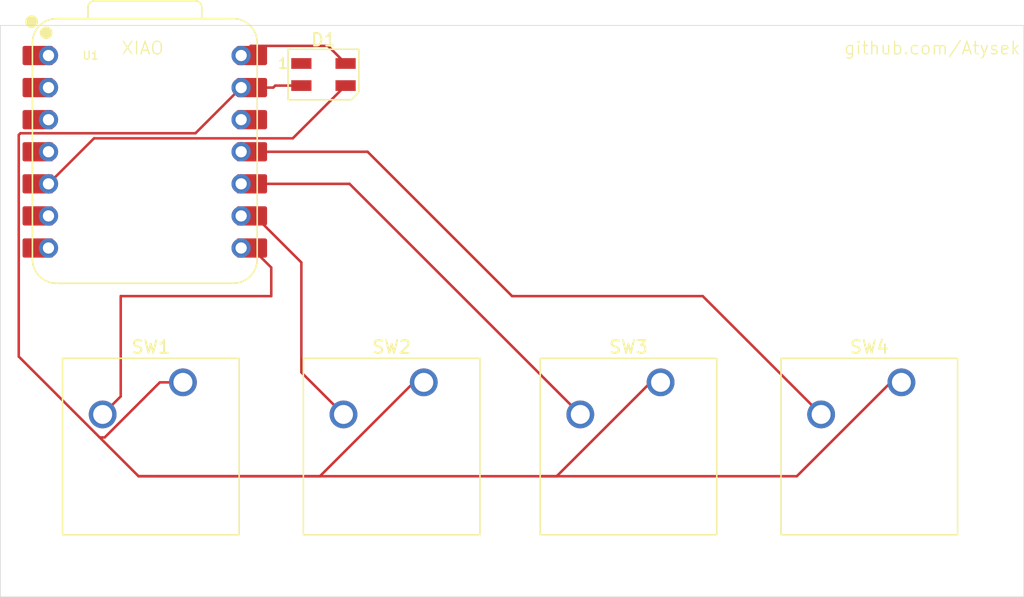
<source format=kicad_pcb>
(kicad_pcb (version 20241229) (generator "pcbnew") (generator_version "9.0")
  (layers (0 "F.Cu" signal) (2 "B.Cu" signal) (13 "F.Paste" user) (15 "B.Paste" user) (5 "F.SilkS" user "F.Silkscreen") (7 "B.SilkS" user "B.Silkscreen") (1 "F.Mask" user) (3 "B.Mask" user) (25 "Edge.Cuts" user))
  (net 0 "")
  (net 1 "+5V")
  (net 3 "Net-(D1-DIN)")
  (net 4 "GND")
  (net 5 "Net-(U1-GPIO1{slash}RX)")
  (net 6 "Net-(U1-GPIO2{slash}SCK)")
  (net 7 "Net-(U1-GPIO4{slash}MISO)")
  (net 8 "Net-(U1-GPIO3{slash}MOSI)")
  (footprint "Button_Switch_Keyboard:SW_Cherry_MX_1.00u_PCB" (layer "F.Cu") (at 121.285 99.695)
    (property "Reference" "SW3" (at -2.54 -2.794 0) (layer "F.SilkS"))
    (property "Value" "SW_Push")
    (fp_line (start -9.525 -1.905) (end 4.445 -1.905) (stroke (width 0.12)) (layer "F.SilkS"))
    (fp_line (start -9.525 12.065) (end -9.525 -1.905) (stroke (width 0.12)) (layer "F.SilkS"))
    (fp_line (start 4.445 -1.905) (end 4.445 12.065) (stroke (width 0.12)) (layer "F.SilkS"))
    (fp_line (start 4.445 12.065) (end -9.525 12.065) (stroke (width 0.12)) (layer "F.SilkS"))
    (pad "" np_thru_hole circle (at -7.62 5.08) (size 1.7 1.7) (drill 1.7) (layers "*.Cu" "*.Mask"))
    (pad "" np_thru_hole circle (at -2.54 5.08) (size 4 4) (drill 4) (layers "*.Cu" "*.Mask"))
    (pad "" np_thru_hole circle (at 2.54 5.08) (size 1.7 1.7) (drill 1.7) (layers "*.Cu" "*.Mask"))
    (pad "1" thru_hole circle (at 0 0) (size 2.2 2.2) (drill 1.5) (layers "*.Cu" "*.Mask") (net 4 "GND"))
    (pad "2" thru_hole circle (at -6.35 2.54) (size 2.2 2.2) (drill 1.5) (layers "*.Cu" "*.Mask") (net 7 "Net-(U1-GPIO4{slash}MISO)"))
  )
  (footprint "Button_Switch_Keyboard:SW_Cherry_MX_1.00u_PCB" (layer "F.Cu") (at 83.5025 99.695)
    (property "Reference" "SW1" (at -2.54 -2.794 0) (layer "F.SilkS"))
    (property "Value" "SW_Push")
    (fp_line (start -9.525 -1.905) (end 4.445 -1.905) (stroke (width 0.12)) (layer "F.SilkS"))
    (fp_line (start -9.525 12.065) (end -9.525 -1.905) (stroke (width 0.12)) (layer "F.SilkS"))
    (fp_line (start 4.445 -1.905) (end 4.445 12.065) (stroke (width 0.12)) (layer "F.SilkS"))
    (fp_line (start 4.445 12.065) (end -9.525 12.065) (stroke (width 0.12)) (layer "F.SilkS"))
    (pad "" np_thru_hole circle (at -7.62 5.08) (size 1.7 1.7) (drill 1.7) (layers "*.Cu" "*.Mask"))
    (pad "" np_thru_hole circle (at -2.54 5.08) (size 4 4) (drill 4) (layers "*.Cu" "*.Mask"))
    (pad "" np_thru_hole circle (at 2.54 5.08) (size 1.7 1.7) (drill 1.7) (layers "*.Cu" "*.Mask"))
    (pad "1" thru_hole circle (at 0 0) (size 2.2 2.2) (drill 1.5) (layers "*.Cu" "*.Mask") (net 4 "GND"))
    (pad "2" thru_hole circle (at -6.35 2.54) (size 2.2 2.2) (drill 1.5) (layers "*.Cu" "*.Mask") (net 5 "Net-(U1-GPIO1{slash}RX)"))
  )
  (footprint "OPL:XIAO-RP2040-DIP" (layer "F.Cu") (at 80.48625 81.43875)
    (property "Reference" "U1" (at -4.28625 -7.62 0) (layer "F.SilkS") (effects (font (size 0.635 0.635) (thickness 0.1016))))
    (property "Value" "XIAO-RP2040-DIP")
    (fp_line (start -8.89 8.509) (end -8.89 -8.636) (stroke (width 0.127)) (layer "F.SilkS"))
    (fp_line (start -6.985 10.414) (end 6.985 10.414) (stroke (width 0.127)) (layer "F.SilkS"))
    (fp_line (start -4.495 -10.541) (end -4.491272 -11.451272) (stroke (width 0.127)) (layer "F.SilkS"))
    (fp_line (start -3.991272 -11.951) (end 4.004 -11.951) (stroke (width 0.127)) (layer "F.SilkS"))
    (fp_line (start 4.504 -11.451) (end 4.504 -10.541) (stroke (width 0.127)) (layer "F.SilkS"))
    (fp_line (start 6.985 -10.541) (end -6.985 -10.541) (stroke (width 0.1)) (layer "F.SilkS"))
    (fp_line (start 6.985 -10.541) (end -6.985 -10.541) (stroke (width 0.127)) (layer "F.SilkS"))
    (fp_line (start 8.89 8.509) (end 8.89 -8.636) (stroke (width 0.127)) (layer "F.SilkS"))
    (fp_arc (start -8.89 -8.636) (mid -8.332038 -9.983038) (end -6.985 -10.541) (stroke (width 0.127)) (layer "F.SilkS"))
    (fp_arc (start -6.985 10.414) (mid -8.332038 9.856038) (end -8.89 8.509) (stroke (width 0.127)) (layer "F.SilkS"))
    (fp_arc (start -4.491272 -11.451272) (mid -4.344728 -11.80464) (end -3.991272 -11.951) (stroke (width 0.127)) (layer "F.SilkS"))
    (fp_arc (start 4.004 -11.951) (mid 4.357553 -11.804553) (end 4.504 -11.451) (stroke (width 0.127)) (layer "F.SilkS"))
    (fp_arc (start 6.985 -10.541) (mid 8.332038 -9.983038) (end 8.89 -8.636) (stroke (width 0.127)) (layer "F.SilkS"))
    (fp_arc (start 8.89 8.509) (mid 8.332038 9.856038) (end 6.985 10.414) (stroke (width 0.127)) (layer "F.SilkS"))
    (fp_circle (center -8.95 -10.3) (end -8.95 -10.554) (stroke (width 0.5)) (fill yes) (layer "F.SilkS"))
    (fp_circle (center -7.807 -9.42) (end -7.807 -9.674) (stroke (width 0.5)) (fill yes) (layer "F.SilkS"))
    (pad "1" smd roundrect (at -8.455 -7.62 180) (size 2.432 1.524) (layers "F.Cu" "F.Mask") (roundrect_rratio 0.1))
    (pad "1" thru_hole circle (at -7.62 -7.62 180) (size 1.524 1.524) (drill 0.889) (layers "*.Cu" "*.Mask"))
    (pad "2" smd roundrect (at -8.455 -5.08 180) (size 2.432 1.524) (layers "F.Cu" "F.Mask") (roundrect_rratio 0.1))
    (pad "2" thru_hole circle (at -7.62 -5.08 180) (size 1.524 1.524) (drill 0.889) (layers "*.Cu" "*.Mask"))
    (pad "3" smd roundrect (at -8.455 -2.54 180) (size 2.432 1.524) (layers "F.Cu" "F.Mask") (roundrect_rratio 0.1))
    (pad "3" thru_hole circle (at -7.62 -2.54 180) (size 1.524 1.524) (drill 0.889) (layers "*.Cu" "*.Mask"))
    (pad "4" smd roundrect (at -8.455 0 180) (size 2.432 1.524) (layers "F.Cu" "F.Mask") (roundrect_rratio 0.1))
    (pad "4" thru_hole circle (at -7.62 0 180) (size 1.524 1.524) (drill 0.889) (layers "*.Cu" "*.Mask"))
    (pad "5" smd roundrect (at -8.455 2.54 180) (size 2.432 1.524) (layers "F.Cu" "F.Mask") (roundrect_rratio 0.1) (net 3 "Net-(D1-DIN)"))
    (pad "5" thru_hole circle (at -7.62 2.54 180) (size 1.524 1.524) (drill 0.889) (layers "*.Cu" "*.Mask") (net 3 "Net-(D1-DIN)"))
    (pad "6" smd roundrect (at -8.455 5.08 180) (size 2.432 1.524) (layers "F.Cu" "F.Mask") (roundrect_rratio 0.1))
    (pad "6" thru_hole circle (at -7.62 5.08 180) (size 1.524 1.524) (drill 0.889) (layers "*.Cu" "*.Mask"))
    (pad "7" smd roundrect (at -8.455 7.62 180) (size 2.432 1.524) (layers "F.Cu" "F.Mask") (roundrect_rratio 0.1))
    (pad "7" thru_hole circle (at -7.62 7.62 180) (size 1.524 1.524) (drill 0.889) (layers "*.Cu" "*.Mask"))
    (pad "8" thru_hole circle (at 7.62 7.62) (size 1.524 1.524) (drill 0.889) (layers "*.Cu" "*.Mask") (net 5 "Net-(U1-GPIO1{slash}RX)"))
    (pad "8" smd roundrect (at 8.455 7.62) (size 2.432 1.524) (layers "F.Cu" "F.Mask") (roundrect_rratio 0.1) (net 5 "Net-(U1-GPIO1{slash}RX)"))
    (pad "9" thru_hole circle (at 7.62 5.08) (size 1.524 1.524) (drill 0.889) (layers "*.Cu" "*.Mask") (net 6 "Net-(U1-GPIO2{slash}SCK)"))
    (pad "9" smd roundrect (at 8.455 5.08) (size 2.432 1.524) (layers "F.Cu" "F.Mask") (roundrect_rratio 0.1) (net 6 "Net-(U1-GPIO2{slash}SCK)"))
    (pad "10" thru_hole circle (at 7.62 2.54) (size 1.524 1.524) (drill 0.889) (layers "*.Cu" "*.Mask") (net 7 "Net-(U1-GPIO4{slash}MISO)"))
    (pad "10" smd roundrect (at 8.455 2.54) (size 2.432 1.524) (layers "F.Cu" "F.Mask") (roundrect_rratio 0.1) (net 7 "Net-(U1-GPIO4{slash}MISO)"))
    (pad "11" thru_hole circle (at 7.62 0) (size 1.524 1.524) (drill 0.889) (layers "*.Cu" "*.Mask") (net 8 "Net-(U1-GPIO3{slash}MOSI)"))
    (pad "11" smd roundrect (at 8.455 0) (size 2.432 1.524) (layers "F.Cu" "F.Mask") (roundrect_rratio 0.1) (net 8 "Net-(U1-GPIO3{slash}MOSI)"))
    (pad "12" thru_hole circle (at 7.62 -2.54) (size 1.524 1.524) (drill 0.889) (layers "*.Cu" "*.Mask"))
    (pad "12" smd roundrect (at 8.455 -2.54) (size 2.432 1.524) (layers "F.Cu" "F.Mask") (roundrect_rratio 0.1))
    (pad "13" thru_hole circle (at 7.62 -5.08) (size 1.524 1.524) (drill 0.889) (layers "*.Cu" "*.Mask") (net 4 "GND"))
    (pad "13" smd roundrect (at 8.455 -5.08) (size 2.432 1.524) (layers "F.Cu" "F.Mask") (roundrect_rratio 0.1) (net 4 "GND"))
    (pad "14" thru_hole circle (at 7.62 -7.62) (size 1.524 1.524) (drill 0.889) (layers "*.Cu" "*.Mask") (net 1 "+5V"))
    (pad "14" smd roundrect (at 8.455 -7.62) (size 2.432 1.524) (layers "F.Cu" "F.Mask") (roundrect_rratio 0.1) (net 1 "+5V"))
  )
  (footprint "LED_SMD:LED_SK6812MINI_PLCC4_3.5x3.5mm_P1.75mm" (layer "F.Cu") (at 94.61875 75.325)
    (property "Reference" "D1" (at 0 -2.75 0) (layer "F.SilkS"))
    (property "Value" "SK6812MINI")
    (fp_line (start -2.8 -2) (end -2.8 2) (stroke (width 0.12)) (layer "F.SilkS"))
    (fp_line (start -2.8 -2) (end 2.8 -2) (stroke (width 0.12)) (layer "F.SilkS"))
    (fp_line (start -2.8 2) (end 2.2 2) (stroke (width 0.12)) (layer "F.SilkS"))
    (fp_line (start 2.8 1.4) (end 2.2 2) (stroke (width 0.12)) (layer "F.SilkS"))
    (fp_line (start 2.8 1.4) (end 2.8 -2) (stroke (width 0.12)) (layer "F.SilkS"))
    (fp_text user "1" (at -3.2 -0.875 0) (layer "F.SilkS") (effects (font (size 0.8 0.8))))
    (pad "1" smd rect (at -1.75 -0.875) (size 1.6 0.85) (layers "F.Cu" "F.Mask" "F.Paste"))
    (pad "2" smd rect (at -1.75 0.875) (size 1.6 0.85) (layers "F.Cu" "F.Mask" "F.Paste") (net 4 "GND"))
    (pad "3" smd rect (at 1.75 0.875) (size 1.6 0.85) (layers "F.Cu" "F.Mask" "F.Paste") (net 3 "Net-(D1-DIN)"))
    (pad "4" smd rect (at 1.75 -0.875) (size 1.6 0.85) (layers "F.Cu" "F.Mask" "F.Paste") (net 1 "+5V"))
  )
  (footprint "Button_Switch_Keyboard:SW_Cherry_MX_1.00u_PCB" (layer "F.Cu") (at 102.5525 99.695)
    (property "Reference" "SW2" (at -2.54 -2.794 0) (layer "F.SilkS"))
    (property "Value" "SW_Push")
    (fp_line (start -9.525 -1.905) (end 4.445 -1.905) (stroke (width 0.12)) (layer "F.SilkS"))
    (fp_line (start -9.525 12.065) (end -9.525 -1.905) (stroke (width 0.12)) (layer "F.SilkS"))
    (fp_line (start 4.445 -1.905) (end 4.445 12.065) (stroke (width 0.12)) (layer "F.SilkS"))
    (fp_line (start 4.445 12.065) (end -9.525 12.065) (stroke (width 0.12)) (layer "F.SilkS"))
    (pad "" np_thru_hole circle (at -7.62 5.08) (size 1.7 1.7) (drill 1.7) (layers "*.Cu" "*.Mask"))
    (pad "" np_thru_hole circle (at -2.54 5.08) (size 4 4) (drill 4) (layers "*.Cu" "*.Mask"))
    (pad "" np_thru_hole circle (at 2.54 5.08) (size 1.7 1.7) (drill 1.7) (layers "*.Cu" "*.Mask"))
    (pad "1" thru_hole circle (at 0 0) (size 2.2 2.2) (drill 1.5) (layers "*.Cu" "*.Mask") (net 4 "GND"))
    (pad "2" thru_hole circle (at -6.35 2.54) (size 2.2 2.2) (drill 1.5) (layers "*.Cu" "*.Mask") (net 6 "Net-(U1-GPIO2{slash}SCK)"))
  )
  (footprint "Button_Switch_Keyboard:SW_Cherry_MX_1.00u_PCB" (layer "F.Cu") (at 140.335 99.695)
    (property "Reference" "SW4" (at -2.54 -2.794 0) (layer "F.SilkS"))
    (property "Value" "SW_Push")
    (fp_line (start -9.525 -1.905) (end 4.445 -1.905) (stroke (width 0.12)) (layer "F.SilkS"))
    (fp_line (start -9.525 12.065) (end -9.525 -1.905) (stroke (width 0.12)) (layer "F.SilkS"))
    (fp_line (start 4.445 -1.905) (end 4.445 12.065) (stroke (width 0.12)) (layer "F.SilkS"))
    (fp_line (start 4.445 12.065) (end -9.525 12.065) (stroke (width 0.12)) (layer "F.SilkS"))
    (pad "" np_thru_hole circle (at -7.62 5.08) (size 1.7 1.7) (drill 1.7) (layers "*.Cu" "*.Mask"))
    (pad "" np_thru_hole circle (at -2.54 5.08) (size 4 4) (drill 4) (layers "*.Cu" "*.Mask"))
    (pad "" np_thru_hole circle (at 2.54 5.08) (size 1.7 1.7) (drill 1.7) (layers "*.Cu" "*.Mask"))
    (pad "1" thru_hole circle (at 0 0) (size 2.2 2.2) (drill 1.5) (layers "*.Cu" "*.Mask") (net 4 "GND"))
    (pad "2" thru_hole circle (at -6.35 2.54) (size 2.2 2.2) (drill 1.5) (layers "*.Cu" "*.Mask") (net 8 "Net-(U1-GPIO3{slash}MOSI)"))
  )
  (gr_rect (start 69.05625 71.4375) (end 150.01875 116.68125) (stroke (width 0.05)) (fill no) (layer "Edge.Cuts"))
  (gr_text "github.com/Atysek" (at 135.73125 73.81875 0) (layer "F.SilkS") (effects (font (size 1 1) (thickness 0.1)) (justify left bottom)))
  (gr_text "XIAO " (at 78.58125 73.81875 0) (layer "F.SilkS") (effects (font (size 1 1) (thickness 0.1)) (justify left bottom)))
  (segment (start 88.10625 73.81875) (end 88.868249 73.056751) (width 0.2) (layer "F.Cu") (net 1))
  (segment (start 94.975501 73.056751) (end 96.36875 74.45) (width 0.2) (layer "F.Cu") (net 1))
  (segment (start 88.868249 73.056751) (end 94.975501 73.056751) (width 0.2) (layer "F.Cu") (net 1))
  (segment (start 72.86625 83.97875) (end 76.46925 80.37575) (width 0.2) (layer "F.Cu") (net 3))
  (segment (start 92.193 80.37575) (end 96.36875 76.2) (width 0.2) (layer "F.Cu") (net 3))
  (segment (start 76.46925 80.37575) (end 92.193 80.37575) (width 0.2) (layer "F.Cu") (net 3))
  (segment (start 90.805 76.2) (end 92.86875 76.2) (width 0.2) (layer "F.Cu") (net 4))
  (segment (start 111.91875 107.126) (end 132.06247 107.126) (width 0.2) (layer "F.Cu") (net 4))
  (segment (start 79.988684 107.126) (end 94.336684 107.126) (width 0.2) (layer "F.Cu") (net 4))
  (segment (start 139.49347 99.695) (end 140.335 99.695) (width 0.2) (layer "F.Cu") (net 4))
  (segment (start 88.10625 76.35875) (end 90.64625 76.35875) (width 0.2) (layer "F.Cu") (net 4))
  (segment (start 81.673814 99.695) (end 83.5025 99.695) (width 0.2) (layer "F.Cu") (net 4))
  (segment (start 90.64625 76.35875) (end 90.805 76.2) (width 0.2) (layer "F.Cu") (net 4))
  (segment (start 81.673814 99.695) (end 77.312656 104.056158) (width 0.2) (layer "F.Cu") (net 4))
  (segment (start 113.069184 107.126) (end 120.500184 99.695) (width 0.2) (layer "F.Cu") (net 4))
  (segment (start 132.06247 107.126) (end 139.49347 99.695) (width 0.2) (layer "F.Cu") (net 4))
  (segment (start 70.51425 97.651566) (end 76.918842 104.056158) (width 0.2) (layer "F.Cu") (net 4))
  (segment (start 120.500184 99.695) (end 121.285 99.695) (width 0.2) (layer "F.Cu") (net 4))
  (segment (start 88.10625 76.35875) (end 84.49025 79.97475) (width 0.2) (layer "F.Cu") (net 4))
  (segment (start 77.312656 104.056158) (end 76.918842 104.056158) (width 0.2) (layer "F.Cu") (net 4))
  (segment (start 70.51425 80.1055) (end 70.51425 97.651566) (width 0.2) (layer "F.Cu") (net 4))
  (segment (start 84.49025 79.97475) (end 70.645 79.97475) (width 0.2) (layer "F.Cu") (net 4))
  (segment (start 79.988684 107.126) (end 111.91875 107.126) (width 0.2) (layer "F.Cu") (net 4))
  (segment (start 101.767684 99.695) (end 102.5525 99.695) (width 0.2) (layer "F.Cu") (net 4))
  (segment (start 70.645 79.97475) (end 70.51425 80.1055) (width 0.2) (layer "F.Cu") (net 4))
  (segment (start 111.91875 107.126) (end 113.069184 107.126) (width 0.2) (layer "F.Cu") (net 4))
  (segment (start 76.918842 104.056158) (end 79.988684 107.126) (width 0.2) (layer "F.Cu") (net 4))
  (segment (start 94.336684 107.126) (end 101.767684 99.695) (width 0.2) (layer "F.Cu") (net 4))
  (segment (start 78.58125 100.80625) (end 77.1525 102.235) (width 0.2) (layer "F.Cu") (net 5))
  (segment (start 90.4875 90.605) (end 90.4875 92.86875) (width 0.2) (layer "F.Cu") (net 5))
  (segment (start 90.4875 92.86875) (end 78.58125 92.86875) (width 0.2) (layer "F.Cu") (net 5))
  (segment (start 88.10625 89.05875) (end 88.94125 89.05875) (width 0.2) (layer "F.Cu") (net 5))
  (segment (start 78.58125 92.86875) (end 78.58125 100.80625) (width 0.2) (layer "F.Cu") (net 5))
  (segment (start 88.94125 89.05875) (end 90.4875 90.605) (width 0.2) (layer "F.Cu") (net 5))
  (segment (start 92.86875 90.20362) (end 92.86875 98.90125) (width 0.2) (layer "F.Cu") (net 6))
  (segment (start 88.10625 86.51875) (end 89.18388 86.51875) (width 0.2) (layer "F.Cu") (net 6))
  (segment (start 89.18388 86.51875) (end 92.86875 90.20362) (width 0.2) (layer "F.Cu") (net 6))
  (segment (start 92.86875 98.90125) (end 96.2025 102.235) (width 0.2) (layer "F.Cu") (net 6))
  (segment (start 96.67875 83.97875) (end 114.935 102.235) (width 0.2) (layer "F.Cu") (net 7))
  (segment (start 88.10625 83.97875) (end 96.67875 83.97875) (width 0.2) (layer "F.Cu") (net 7))
  (segment (start 109.5375 92.86875) (end 124.61875 92.86875) (width 0.2) (layer "F.Cu") (net 8))
  (segment (start 98.1075 81.43875) (end 109.5375 92.86875) (width 0.2) (layer "F.Cu") (net 8))
  (segment (start 88.94125 81.43875) (end 98.1075 81.43875) (width 0.2) (layer "F.Cu") (net 8))
  (segment (start 88.94125 81.43875) (end 88.10625 81.43875) (width 0.2) (layer "F.Cu") (net 8))
  (segment (start 124.61875 92.86875) (end 133.985 102.235) (width 0.2) (layer "F.Cu") (net 8))
)
</source>
